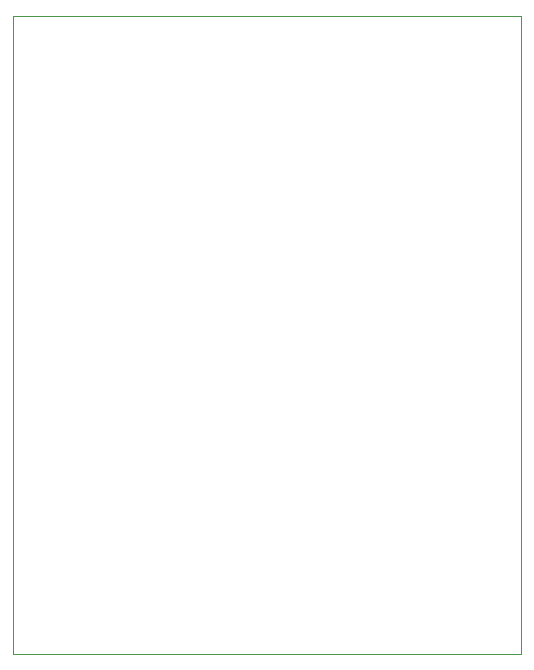
<source format=gbr>
%TF.GenerationSoftware,KiCad,Pcbnew,8.0.2-1*%
%TF.CreationDate,2024-05-29T18:24:22-05:00*%
%TF.ProjectId,circuit,63697263-7569-4742-9e6b-696361645f70,rev?*%
%TF.SameCoordinates,Original*%
%TF.FileFunction,Profile,NP*%
%FSLAX46Y46*%
G04 Gerber Fmt 4.6, Leading zero omitted, Abs format (unit mm)*
G04 Created by KiCad (PCBNEW 8.0.2-1) date 2024-05-29 18:24:22*
%MOMM*%
%LPD*%
G01*
G04 APERTURE LIST*
%TA.AperFunction,Profile*%
%ADD10C,0.050000*%
%TD*%
G04 APERTURE END LIST*
D10*
X112000000Y-61000000D02*
X112000000Y-63000000D01*
X112000000Y-115000000D02*
X155000000Y-115000000D01*
X155000000Y-115000000D02*
X155000000Y-61000000D01*
X155000000Y-61000000D02*
X112000000Y-61000000D01*
X112000000Y-63000000D02*
X112000000Y-115000000D01*
M02*

</source>
